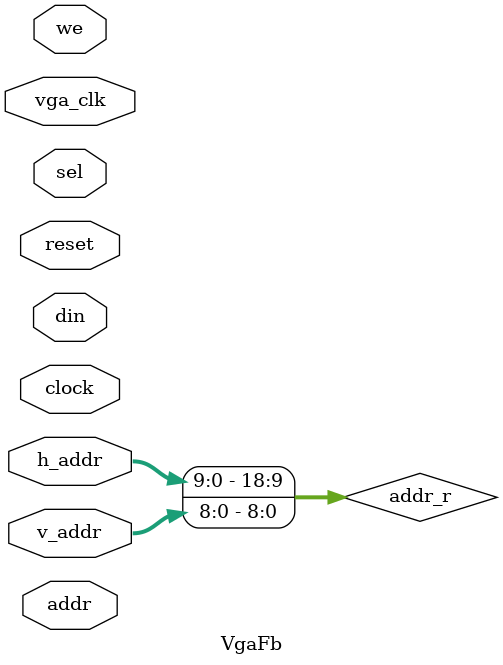
<source format=sv>
`timescale 10ns/1ns

module Conventer2b (
  input [1:0] color_2b,
  output [3:0] vga_color
);

assign vga_color =
  (color_2b == 2'b00) ? 4'd0 :
  (color_2b == 2'b01) ? 4'd5 :
  (color_2b == 2'b10) ? 4'd10 :
  (color_2b == 2'b11) ? 4'd15 :
  4'b0;

endmodule

module VgaFb (
  input vga_clk,
  input clock, reset,
  input sel, we,
  input [9:0] h_addr, v_addr,
  input [31:0] addr,
  input [31:0] din,
  `ifdef NVDL
  output reg [11:0] vga_data
  `elsif VIVADO
  output [11:0] vga_data
  `endif
);

wire [18:0] addr_r = {h_addr, v_addr[8:0]};

wire [5:0] r_buf;
wire [3:0] r_4b, g_4b, b_4b;

Conventer2b vga_r(
  .color_2b(r_buf[5:4]),
  .vga_color(r_4b)
);

Conventer2b vga_g(
  .color_2b(r_buf[3:2]),
  .vga_color(g_4b)
);

Conventer2b vga_b(
  .color_2b(r_buf[1:0]),
  .vga_color(b_4b)
);

assign vga_data = {r_4b, g_4b, b_4b};

`ifdef NVDL
reg [5:0] mem [327679:0];


always @(posedge clock) begin
  if (sel & we) begin
    mem[addr[19:0]] <= din[5:0];
  end
end

assign r_buf = mem[addr_r];

`elsif VIVADO

wire 
FramebufferGenerator mem(
  .addra(addr[19:0]),
  .clka(clock),
  .dina(din[5:0]),
  .ena(sel),
  .wea(we),
  .addrb(addr_r),
  .clkb(vga_clk),
  .doutb(r_buf),
  .enb(1'b1)
);
`endif
    
endmodule

</source>
